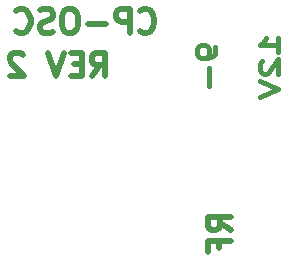
<source format=gbo>
G04 #@! TF.GenerationSoftware,KiCad,Pcbnew,(5.1.10)-1*
G04 #@! TF.CreationDate,2021-09-19T13:10:19-04:00*
G04 #@! TF.ProjectId,CP-OSC,43502d4f-5343-42e6-9b69-6361645f7063,1*
G04 #@! TF.SameCoordinates,PX8c7ecc0PY46649b0*
G04 #@! TF.FileFunction,Legend,Bot*
G04 #@! TF.FilePolarity,Positive*
%FSLAX46Y46*%
G04 Gerber Fmt 4.6, Leading zero omitted, Abs format (unit mm)*
G04 Created by KiCad (PCBNEW (5.1.10)-1) date 2021-09-19 13:10:19*
%MOMM*%
%LPD*%
G01*
G04 APERTURE LIST*
%ADD10C,0.500000*%
%ADD11C,0.381000*%
G04 APERTURE END LIST*
D10*
X-39816839Y-4676504D02*
X-40769220Y-4009838D01*
X-39816839Y-3533647D02*
X-41816839Y-3533647D01*
X-41816839Y-4295552D01*
X-41721600Y-4486028D01*
X-41626362Y-4581266D01*
X-41435886Y-4676504D01*
X-41150172Y-4676504D01*
X-40959696Y-4581266D01*
X-40864458Y-4486028D01*
X-40769220Y-4295552D01*
X-40769220Y-3533647D01*
X-40864458Y-6200314D02*
X-40864458Y-5533647D01*
X-39816839Y-5533647D02*
X-41816839Y-5533647D01*
X-41816839Y-6486028D01*
D11*
X-41149772Y10852248D02*
X-41149772Y10471296D01*
X-41222343Y10280820D01*
X-41294915Y10185581D01*
X-41512629Y9995105D01*
X-41802915Y9899867D01*
X-42383486Y9899867D01*
X-42528629Y9995105D01*
X-42601200Y10090343D01*
X-42673772Y10280820D01*
X-42673772Y10661772D01*
X-42601200Y10852248D01*
X-42528629Y10947486D01*
X-42383486Y11042724D01*
X-42020629Y11042724D01*
X-41875486Y10947486D01*
X-41802915Y10852248D01*
X-41730343Y10661772D01*
X-41730343Y10280820D01*
X-41802915Y10090343D01*
X-41875486Y9995105D01*
X-42020629Y9899867D01*
X-41730343Y9042724D02*
X-41730343Y7518915D01*
X-35815772Y10471296D02*
X-35815772Y11614153D01*
X-35815772Y11042724D02*
X-37339772Y11042724D01*
X-37122058Y11233200D01*
X-36976915Y11423677D01*
X-36904343Y11614153D01*
X-37194629Y9709391D02*
X-37267200Y9614153D01*
X-37339772Y9423677D01*
X-37339772Y8947486D01*
X-37267200Y8757010D01*
X-37194629Y8661772D01*
X-37049486Y8566534D01*
X-36904343Y8566534D01*
X-36686629Y8661772D01*
X-35815772Y9804629D01*
X-35815772Y8566534D01*
X-37339772Y7995105D02*
X-35815772Y7328439D01*
X-37339772Y6661772D01*
D10*
X-47557953Y12252715D02*
X-47462715Y12157477D01*
X-47177000Y12062239D01*
X-46986524Y12062239D01*
X-46700810Y12157477D01*
X-46510334Y12347953D01*
X-46415096Y12538429D01*
X-46319858Y12919381D01*
X-46319858Y13205096D01*
X-46415096Y13586048D01*
X-46510334Y13776524D01*
X-46700810Y13967000D01*
X-46986524Y14062239D01*
X-47177000Y14062239D01*
X-47462715Y13967000D01*
X-47557953Y13871762D01*
X-48415096Y12062239D02*
X-48415096Y14062239D01*
X-49177000Y14062239D01*
X-49367477Y13967000D01*
X-49462715Y13871762D01*
X-49557953Y13681286D01*
X-49557953Y13395572D01*
X-49462715Y13205096D01*
X-49367477Y13109858D01*
X-49177000Y13014620D01*
X-48415096Y13014620D01*
X-50415096Y12824143D02*
X-51938905Y12824143D01*
X-53272239Y14062239D02*
X-53653191Y14062239D01*
X-53843667Y13967000D01*
X-54034143Y13776524D01*
X-54129381Y13395572D01*
X-54129381Y12728905D01*
X-54034143Y12347953D01*
X-53843667Y12157477D01*
X-53653191Y12062239D01*
X-53272239Y12062239D01*
X-53081762Y12157477D01*
X-52891286Y12347953D01*
X-52796048Y12728905D01*
X-52796048Y13395572D01*
X-52891286Y13776524D01*
X-53081762Y13967000D01*
X-53272239Y14062239D01*
X-54891286Y12157477D02*
X-55177000Y12062239D01*
X-55653191Y12062239D01*
X-55843667Y12157477D01*
X-55938905Y12252715D01*
X-56034143Y12443191D01*
X-56034143Y12633667D01*
X-55938905Y12824143D01*
X-55843667Y12919381D01*
X-55653191Y13014620D01*
X-55272239Y13109858D01*
X-55081762Y13205096D01*
X-54986524Y13300334D01*
X-54891286Y13490810D01*
X-54891286Y13681286D01*
X-54986524Y13871762D01*
X-55081762Y13967000D01*
X-55272239Y14062239D01*
X-55748429Y14062239D01*
X-56034143Y13967000D01*
X-58034143Y12252715D02*
X-57938905Y12157477D01*
X-57653191Y12062239D01*
X-57462715Y12062239D01*
X-57177000Y12157477D01*
X-56986524Y12347953D01*
X-56891286Y12538429D01*
X-56796048Y12919381D01*
X-56796048Y13205096D01*
X-56891286Y13586048D01*
X-56986524Y13776524D01*
X-57177000Y13967000D01*
X-57462715Y14062239D01*
X-57653191Y14062239D01*
X-57938905Y13967000D01*
X-58034143Y13871762D01*
X-51605858Y8379239D02*
X-50939191Y9331620D01*
X-50463000Y8379239D02*
X-50463000Y10379239D01*
X-51224905Y10379239D01*
X-51415381Y10284000D01*
X-51510620Y10188762D01*
X-51605858Y9998286D01*
X-51605858Y9712572D01*
X-51510620Y9522096D01*
X-51415381Y9426858D01*
X-51224905Y9331620D01*
X-50463000Y9331620D01*
X-52463000Y9426858D02*
X-53129667Y9426858D01*
X-53415381Y8379239D02*
X-52463000Y8379239D01*
X-52463000Y10379239D01*
X-53415381Y10379239D01*
X-53986810Y10379239D02*
X-54653477Y8379239D01*
X-55320143Y10379239D01*
X-57415381Y10188762D02*
X-57510620Y10284000D01*
X-57701096Y10379239D01*
X-58177286Y10379239D01*
X-58367762Y10284000D01*
X-58463000Y10188762D01*
X-58558239Y9998286D01*
X-58558239Y9807810D01*
X-58463000Y9522096D01*
X-57320143Y8379239D01*
X-58558239Y8379239D01*
M02*

</source>
